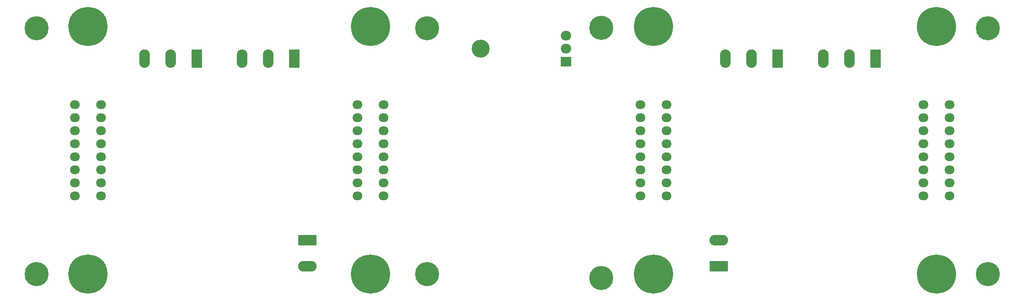
<source format=gbr>
%TF.GenerationSoftware,KiCad,Pcbnew,9.0.4-9.0.4-0~ubuntu22.04.1*%
%TF.CreationDate,2025-10-10T14:12:55+02:00*%
%TF.ProjectId,splitflap-backplane,73706c69-7466-46c6-9170-2d6261636b70,rev?*%
%TF.SameCoordinates,Original*%
%TF.FileFunction,Soldermask,Bot*%
%TF.FilePolarity,Negative*%
%FSLAX46Y46*%
G04 Gerber Fmt 4.6, Leading zero omitted, Abs format (unit mm)*
G04 Created by KiCad (PCBNEW 9.0.4-9.0.4-0~ubuntu22.04.1) date 2025-10-10 14:12:55*
%MOMM*%
%LPD*%
G01*
G04 APERTURE LIST*
G04 Aperture macros list*
%AMRoundRect*
0 Rectangle with rounded corners*
0 $1 Rounding radius*
0 $2 $3 $4 $5 $6 $7 $8 $9 X,Y pos of 4 corners*
0 Add a 4 corners polygon primitive as box body*
4,1,4,$2,$3,$4,$5,$6,$7,$8,$9,$2,$3,0*
0 Add four circle primitives for the rounded corners*
1,1,$1+$1,$2,$3*
1,1,$1+$1,$4,$5*
1,1,$1+$1,$6,$7*
1,1,$1+$1,$8,$9*
0 Add four rect primitives between the rounded corners*
20,1,$1+$1,$2,$3,$4,$5,0*
20,1,$1+$1,$4,$5,$6,$7,0*
20,1,$1+$1,$6,$7,$8,$9,0*
20,1,$1+$1,$8,$9,$2,$3,0*%
G04 Aperture macros list end*
%ADD10C,7.620000*%
%ADD11O,1.950000X1.700000*%
%ADD12RoundRect,0.249999X1.550001X-0.790001X1.550001X0.790001X-1.550001X0.790001X-1.550001X-0.790001X0*%
%ADD13O,3.600000X2.080000*%
%ADD14RoundRect,0.249999X-1.550001X0.790001X-1.550001X-0.790001X1.550001X-0.790001X1.550001X0.790001X0*%
%ADD15C,4.700000*%
%ADD16RoundRect,0.249999X0.790001X1.550001X-0.790001X1.550001X-0.790001X-1.550001X0.790001X-1.550001X0*%
%ADD17O,2.080000X3.600000*%
%ADD18C,3.500000*%
%ADD19R,2.000000X1.905000*%
%ADD20O,2.000000X1.905000*%
G04 APERTURE END LIST*
D10*
%TO.C,JM1*%
X50000000Y-91740000D03*
X50000000Y-140000000D03*
D11*
X52540000Y-124760000D03*
X52540000Y-122220000D03*
X52540000Y-119680000D03*
X52540000Y-117140000D03*
X52540000Y-114600000D03*
X52540000Y-112060000D03*
X52540000Y-106980000D03*
X52540000Y-109520000D03*
X47460000Y-124760000D03*
X47460000Y-122220000D03*
X47460000Y-119680000D03*
X47460000Y-117140000D03*
X47460000Y-114600000D03*
X47460000Y-112060000D03*
X47460000Y-106980000D03*
X47460000Y-109520000D03*
%TD*%
D10*
%TO.C,JM2*%
X105000000Y-91740000D03*
X105000000Y-140000000D03*
D11*
X107540000Y-124760000D03*
X107540000Y-122220000D03*
X107540000Y-119680000D03*
X107540000Y-117140000D03*
X107540000Y-114600000D03*
X107540000Y-112060000D03*
X107540000Y-106980000D03*
X107540000Y-109520000D03*
X102460000Y-124760000D03*
X102460000Y-122220000D03*
X102460000Y-119680000D03*
X102460000Y-117140000D03*
X102460000Y-114600000D03*
X102460000Y-112060000D03*
X102460000Y-106980000D03*
X102460000Y-109520000D03*
%TD*%
D10*
%TO.C,JM4*%
X215000000Y-91740000D03*
X215000000Y-140000000D03*
D11*
X217540000Y-124760000D03*
X217540000Y-122220000D03*
X217540000Y-119680000D03*
X217540000Y-117140000D03*
X217540000Y-114600000D03*
X217540000Y-112060000D03*
X217540000Y-106980000D03*
X217540000Y-109520000D03*
X212460000Y-124760000D03*
X212460000Y-122220000D03*
X212460000Y-119680000D03*
X212460000Y-117140000D03*
X212460000Y-114600000D03*
X212460000Y-112060000D03*
X212460000Y-106980000D03*
X212460000Y-109520000D03*
%TD*%
D10*
%TO.C,JM3*%
X160000000Y-91740000D03*
X160000000Y-140000000D03*
D11*
X162540000Y-124760000D03*
X162540000Y-122220000D03*
X162540000Y-119680000D03*
X162540000Y-117140000D03*
X162540000Y-114600000D03*
X162540000Y-112060000D03*
X162540000Y-106980000D03*
X162540000Y-109520000D03*
X157460000Y-124760000D03*
X157460000Y-122220000D03*
X157460000Y-119680000D03*
X157460000Y-117140000D03*
X157460000Y-114600000D03*
X157460000Y-112060000D03*
X157460000Y-106980000D03*
X157460000Y-109520000D03*
%TD*%
D12*
%TO.C,J2*%
X172720000Y-138430000D03*
D13*
X172720000Y-133350000D03*
%TD*%
D14*
%TO.C,J1*%
X92710000Y-133350000D03*
D13*
X92710000Y-138430000D03*
%TD*%
D15*
%TO.C,H8*%
X225000000Y-140000000D03*
%TD*%
%TO.C,H3*%
X116000000Y-92000000D03*
%TD*%
D16*
%TO.C,J8*%
X203160000Y-98000000D03*
D17*
X198080000Y-98000000D03*
X193000000Y-98000000D03*
%TD*%
D16*
%TO.C,J5*%
X71170000Y-97921500D03*
D17*
X66090000Y-97921500D03*
X61010000Y-97921500D03*
%TD*%
D15*
%TO.C,H5*%
X149860000Y-91948000D03*
%TD*%
D16*
%TO.C,J6*%
X184160000Y-98000000D03*
D17*
X179080000Y-98000000D03*
X174000000Y-98000000D03*
%TD*%
D16*
%TO.C,J7*%
X90160000Y-98000000D03*
D17*
X85080000Y-98000000D03*
X80000000Y-98000000D03*
%TD*%
D15*
%TO.C,H7*%
X225000000Y-92000000D03*
%TD*%
D18*
%TO.C,U1*%
X126340000Y-96000000D03*
D19*
X143000000Y-98540000D03*
D20*
X143000000Y-96000000D03*
X143000000Y-93460000D03*
%TD*%
D15*
%TO.C,H1*%
X40000000Y-140000000D03*
%TD*%
%TO.C,H2*%
X40000000Y-92000000D03*
%TD*%
%TO.C,H4*%
X116000000Y-140000000D03*
%TD*%
%TO.C,H6*%
X149860000Y-140716000D03*
%TD*%
M02*

</source>
